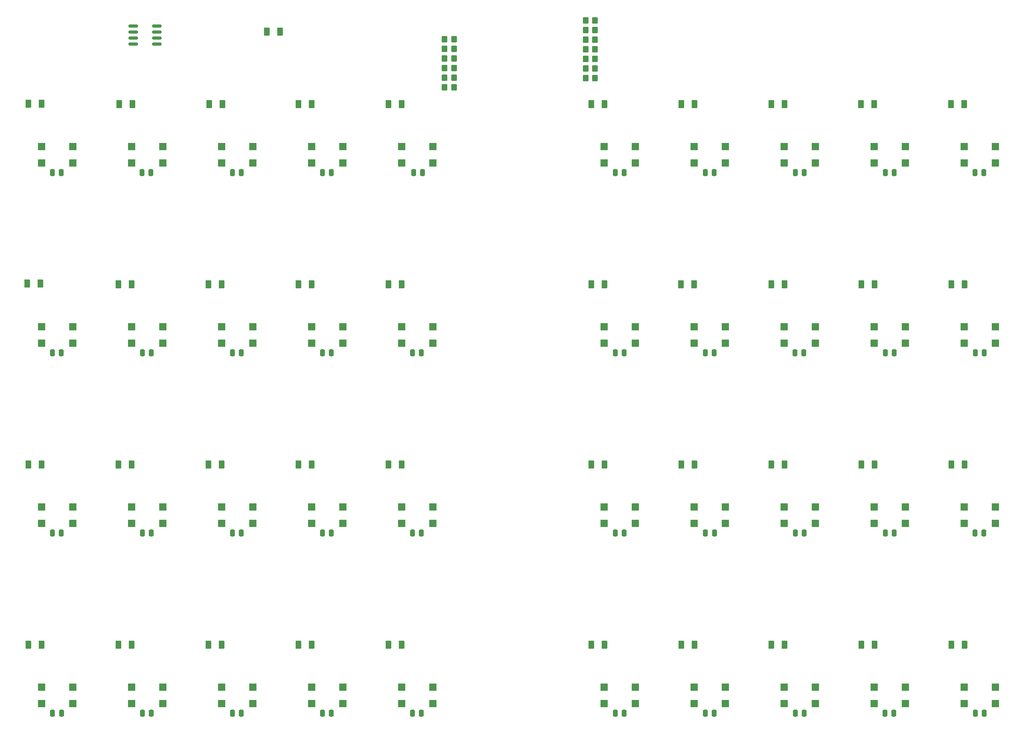
<source format=gbp>
G04 #@! TF.GenerationSoftware,KiCad,Pcbnew,8.0.6*
G04 #@! TF.CreationDate,2024-11-09T01:20:35+01:00*
G04 #@! TF.ProjectId,DMX_MIDI_FIGHTER,444d585f-4d49-4444-995f-464947485445,rev?*
G04 #@! TF.SameCoordinates,Original*
G04 #@! TF.FileFunction,Paste,Bot*
G04 #@! TF.FilePolarity,Positive*
%FSLAX46Y46*%
G04 Gerber Fmt 4.6, Leading zero omitted, Abs format (unit mm)*
G04 Created by KiCad (PCBNEW 8.0.6) date 2024-11-09 01:20:35*
%MOMM*%
%LPD*%
G01*
G04 APERTURE LIST*
G04 Aperture macros list*
%AMRoundRect*
0 Rectangle with rounded corners*
0 $1 Rounding radius*
0 $2 $3 $4 $5 $6 $7 $8 $9 X,Y pos of 4 corners*
0 Add a 4 corners polygon primitive as box body*
4,1,4,$2,$3,$4,$5,$6,$7,$8,$9,$2,$3,0*
0 Add four circle primitives for the rounded corners*
1,1,$1+$1,$2,$3*
1,1,$1+$1,$4,$5*
1,1,$1+$1,$6,$7*
1,1,$1+$1,$8,$9*
0 Add four rect primitives between the rounded corners*
20,1,$1+$1,$2,$3,$4,$5,0*
20,1,$1+$1,$4,$5,$6,$7,0*
20,1,$1+$1,$6,$7,$8,$9,0*
20,1,$1+$1,$8,$9,$2,$3,0*%
G04 Aperture macros list end*
%ADD10R,1.500000X1.500000*%
%ADD11RoundRect,0.250000X-0.375000X-0.625000X0.375000X-0.625000X0.375000X0.625000X-0.375000X0.625000X0*%
%ADD12RoundRect,0.250000X0.350000X0.450000X-0.350000X0.450000X-0.350000X-0.450000X0.350000X-0.450000X0*%
%ADD13RoundRect,0.250000X-0.250000X-0.475000X0.250000X-0.475000X0.250000X0.475000X-0.250000X0.475000X0*%
%ADD14RoundRect,0.250000X0.375000X0.625000X-0.375000X0.625000X-0.375000X-0.625000X0.375000X-0.625000X0*%
%ADD15RoundRect,0.250000X-0.350000X-0.450000X0.350000X-0.450000X0.350000X0.450000X-0.350000X0.450000X0*%
%ADD16RoundRect,0.150000X0.825000X0.150000X-0.825000X0.150000X-0.825000X-0.150000X0.825000X-0.150000X0*%
G04 APERTURE END LIST*
D10*
X103695500Y-208407000D03*
X103695500Y-211836000D03*
X110299500Y-208407000D03*
X110299500Y-211836000D03*
X260858000Y-132207000D03*
X260858000Y-135636000D03*
X267462000Y-132207000D03*
X267462000Y-135636000D03*
X103695500Y-170307000D03*
X103695500Y-173736000D03*
X110299500Y-170307000D03*
X110299500Y-173736000D03*
X222758000Y-132207000D03*
X222758000Y-135636000D03*
X229362000Y-132207000D03*
X229362000Y-135636000D03*
X141795500Y-94107000D03*
X141795500Y-97536000D03*
X148399500Y-94107000D03*
X148399500Y-97536000D03*
X84645500Y-94107000D03*
X84645500Y-97536000D03*
X91249500Y-94107000D03*
X91249500Y-97536000D03*
X184658000Y-208407000D03*
X184658000Y-211836000D03*
X191262000Y-208407000D03*
X191262000Y-211836000D03*
X141795500Y-132207000D03*
X141795500Y-135636000D03*
X148399500Y-132207000D03*
X148399500Y-135636000D03*
X260858000Y-94107000D03*
X260858000Y-97536000D03*
X267462000Y-94107000D03*
X267462000Y-97536000D03*
X203708000Y-208407000D03*
X203708000Y-211836000D03*
X210312000Y-208407000D03*
X210312000Y-211836000D03*
X222758000Y-94107000D03*
X222758000Y-97536000D03*
X229362000Y-94107000D03*
X229362000Y-97536000D03*
X84645500Y-170307000D03*
X84645500Y-173736000D03*
X91249500Y-170307000D03*
X91249500Y-173736000D03*
X184658000Y-94107000D03*
X184658000Y-97536000D03*
X191262000Y-94107000D03*
X191262000Y-97536000D03*
X260858000Y-170307000D03*
X260858000Y-173736000D03*
X267462000Y-170307000D03*
X267462000Y-173736000D03*
X241808000Y-132207000D03*
X241808000Y-135636000D03*
X248412000Y-132207000D03*
X248412000Y-135636000D03*
X103695500Y-132207000D03*
X103695500Y-135636000D03*
X110299500Y-132207000D03*
X110299500Y-135636000D03*
X122745500Y-170307000D03*
X122745500Y-173736000D03*
X129349500Y-170307000D03*
X129349500Y-173736000D03*
X65595500Y-132207000D03*
X65595500Y-135636000D03*
X72199500Y-132207000D03*
X72199500Y-135636000D03*
X122745500Y-208407000D03*
X122745500Y-211836000D03*
X129349500Y-208407000D03*
X129349500Y-211836000D03*
X241808000Y-170307000D03*
X241808000Y-173736000D03*
X248412000Y-170307000D03*
X248412000Y-173736000D03*
X84645500Y-208407000D03*
X84645500Y-211836000D03*
X91249500Y-208407000D03*
X91249500Y-211836000D03*
X122745500Y-94107000D03*
X122745500Y-97536000D03*
X129349500Y-94107000D03*
X129349500Y-97536000D03*
X260858000Y-208407000D03*
X260858000Y-211836000D03*
X267462000Y-208407000D03*
X267462000Y-211836000D03*
X122745500Y-132207000D03*
X122745500Y-135636000D03*
X129349500Y-132207000D03*
X129349500Y-135636000D03*
X241808000Y-94107000D03*
X241808000Y-97536000D03*
X248412000Y-94107000D03*
X248412000Y-97536000D03*
X203708000Y-94107000D03*
X203708000Y-97536000D03*
X210312000Y-94107000D03*
X210312000Y-97536000D03*
X84645500Y-132207000D03*
X84645500Y-135636000D03*
X91249500Y-132207000D03*
X91249500Y-135636000D03*
X65595500Y-208407000D03*
X65595500Y-211836000D03*
X72199500Y-208407000D03*
X72199500Y-211836000D03*
X203708000Y-170307000D03*
X203708000Y-173736000D03*
X210312000Y-170307000D03*
X210312000Y-173736000D03*
X65595500Y-94107000D03*
X65595500Y-97536000D03*
X72199500Y-94107000D03*
X72199500Y-97536000D03*
X184658000Y-132207000D03*
X184658000Y-135636000D03*
X191262000Y-132207000D03*
X191262000Y-135636000D03*
X241808000Y-208407000D03*
X241808000Y-211836000D03*
X248412000Y-208407000D03*
X248412000Y-211836000D03*
X141795500Y-170307000D03*
X141795500Y-173736000D03*
X148399500Y-170307000D03*
X148399500Y-173736000D03*
X203708000Y-132207000D03*
X203708000Y-135636000D03*
X210312000Y-132207000D03*
X210312000Y-135636000D03*
X141795500Y-208407000D03*
X141795500Y-211836000D03*
X148399500Y-208407000D03*
X148399500Y-211836000D03*
X103695500Y-94107000D03*
X103695500Y-97536000D03*
X110299500Y-94107000D03*
X110299500Y-97536000D03*
X65595500Y-170307000D03*
X65595500Y-173736000D03*
X72199500Y-170307000D03*
X72199500Y-173736000D03*
X222758000Y-170307000D03*
X222758000Y-173736000D03*
X229362000Y-170307000D03*
X229362000Y-173736000D03*
X222758000Y-208407000D03*
X222758000Y-211836000D03*
X229362000Y-208407000D03*
X229362000Y-211836000D03*
X184658000Y-170307000D03*
X184658000Y-173736000D03*
X191262000Y-170307000D03*
X191262000Y-173736000D03*
D11*
X200908000Y-123190000D03*
X203708000Y-123190000D03*
D12*
X152892000Y-79502000D03*
X150892000Y-79502000D03*
X182753000Y-69469000D03*
X180753000Y-69469000D03*
D11*
X120012000Y-199390000D03*
X122812000Y-199390000D03*
X120012000Y-161290000D03*
X122812000Y-161290000D03*
X220088000Y-199390000D03*
X222888000Y-199390000D03*
D12*
X152892000Y-77470000D03*
X150892000Y-77470000D03*
X182753000Y-71501000D03*
X180753000Y-71501000D03*
D13*
X244160000Y-99568000D03*
X246060000Y-99568000D03*
D11*
X101092000Y-85090000D03*
X103892000Y-85090000D03*
D14*
X116090000Y-69779000D03*
X113290000Y-69779000D03*
D11*
X201038000Y-199390000D03*
X203838000Y-199390000D03*
X82036000Y-85090000D03*
X84836000Y-85090000D03*
D13*
X105984000Y-175768000D03*
X107884000Y-175768000D03*
D12*
X152892000Y-71374000D03*
X150892000Y-71374000D03*
D13*
X206126000Y-175768000D03*
X208026000Y-175768000D03*
D11*
X100962000Y-199390000D03*
X103762000Y-199390000D03*
X258058000Y-85090000D03*
X260858000Y-85090000D03*
D15*
X180737000Y-77597000D03*
X182737000Y-77597000D03*
D11*
X181988000Y-161290000D03*
X184788000Y-161290000D03*
D13*
X225110000Y-99568000D03*
X227010000Y-99568000D03*
D11*
X220088000Y-85090000D03*
X222888000Y-85090000D03*
D13*
X187010000Y-99568000D03*
X188910000Y-99568000D03*
D11*
X120012000Y-123190000D03*
X122812000Y-123190000D03*
D16*
X89975000Y-68595000D03*
X89975000Y-69865000D03*
X89975000Y-71135000D03*
X89975000Y-72405000D03*
X85025000Y-72405000D03*
X85025000Y-71135000D03*
X85025000Y-69865000D03*
X85025000Y-68595000D03*
D13*
X86934000Y-175768000D03*
X88834000Y-175768000D03*
X144084000Y-213868000D03*
X145984000Y-213868000D03*
D11*
X258188000Y-123190000D03*
X260988000Y-123190000D03*
X181988000Y-199390000D03*
X184788000Y-199390000D03*
D13*
X67884000Y-137668000D03*
X69784000Y-137668000D03*
D12*
X152892000Y-73406000D03*
X150892000Y-73406000D03*
D11*
X81912000Y-199390000D03*
X84712000Y-199390000D03*
D13*
X206060000Y-99568000D03*
X207960000Y-99568000D03*
X105984000Y-137668000D03*
X107884000Y-137668000D03*
D11*
X139062000Y-199390000D03*
X141862000Y-199390000D03*
X62862000Y-161290000D03*
X65662000Y-161290000D03*
X239008000Y-85090000D03*
X241808000Y-85090000D03*
X81912000Y-161290000D03*
X84712000Y-161290000D03*
D13*
X67884000Y-175768000D03*
X69784000Y-175768000D03*
X86934000Y-137668000D03*
X88834000Y-137668000D03*
X125034000Y-137668000D03*
X126934000Y-137668000D03*
D11*
X239138000Y-199390000D03*
X241938000Y-199390000D03*
X239138000Y-123190000D03*
X241938000Y-123190000D03*
X220088000Y-123190000D03*
X222888000Y-123190000D03*
X258188000Y-161290000D03*
X260988000Y-161290000D03*
D13*
X263144000Y-175768000D03*
X265044000Y-175768000D03*
X86868000Y-99568000D03*
X88768000Y-99568000D03*
D12*
X152892000Y-81534000D03*
X150892000Y-81534000D03*
D11*
X220088000Y-161290000D03*
X222888000Y-161290000D03*
X181988000Y-85090000D03*
X184788000Y-85090000D03*
X100962000Y-161290000D03*
X103762000Y-161290000D03*
D13*
X263210000Y-137668000D03*
X265110000Y-137668000D03*
D12*
X182753000Y-73533000D03*
X180753000Y-73533000D03*
D11*
X62862000Y-85000000D03*
X65662000Y-85000000D03*
D13*
X225044000Y-137668000D03*
X226944000Y-137668000D03*
D11*
X81912000Y-123190000D03*
X84712000Y-123190000D03*
D12*
X152892000Y-75438000D03*
X150892000Y-75438000D03*
D13*
X263210000Y-213868000D03*
X265110000Y-213868000D03*
X225110000Y-213868000D03*
X227010000Y-213868000D03*
X244094000Y-213868000D03*
X245994000Y-213868000D03*
X86934000Y-213868000D03*
X88834000Y-213868000D03*
X144084000Y-137668000D03*
X145984000Y-137668000D03*
D12*
X182737000Y-75565000D03*
X180737000Y-75565000D03*
D11*
X62600000Y-123000000D03*
X65400000Y-123000000D03*
D13*
X105984000Y-213868000D03*
X107884000Y-213868000D03*
D11*
X239138000Y-161290000D03*
X241938000Y-161290000D03*
D13*
X125034000Y-99568000D03*
X126934000Y-99568000D03*
D11*
X120012000Y-85090000D03*
X122812000Y-85090000D03*
D13*
X125034000Y-213868000D03*
X126934000Y-213868000D03*
D11*
X139062000Y-85090000D03*
X141862000Y-85090000D03*
D13*
X225110000Y-175768000D03*
X227010000Y-175768000D03*
X187010000Y-175768000D03*
X188910000Y-175768000D03*
X105984000Y-99568000D03*
X107884000Y-99568000D03*
D11*
X139062000Y-161290000D03*
X141862000Y-161290000D03*
D13*
X263144000Y-99568000D03*
X265044000Y-99568000D03*
X125034000Y-175768000D03*
X126934000Y-175768000D03*
D11*
X100962000Y-123190000D03*
X103762000Y-123190000D03*
D15*
X180737000Y-79629000D03*
X182737000Y-79629000D03*
D13*
X144338000Y-99568000D03*
X146238000Y-99568000D03*
X187010000Y-213868000D03*
X188910000Y-213868000D03*
X206060000Y-137668000D03*
X207960000Y-137668000D03*
X144084000Y-175768000D03*
X145984000Y-175768000D03*
X206060000Y-213868000D03*
X207960000Y-213868000D03*
X244160000Y-137668000D03*
X246060000Y-137668000D03*
D12*
X182753000Y-67437000D03*
X180753000Y-67437000D03*
D13*
X244160000Y-175768000D03*
X246060000Y-175768000D03*
D11*
X181988000Y-123190000D03*
X184788000Y-123190000D03*
X139062000Y-123190000D03*
X141862000Y-123190000D03*
D13*
X67884000Y-99568000D03*
X69784000Y-99568000D03*
D11*
X258188000Y-199390000D03*
X260988000Y-199390000D03*
X62862000Y-199390000D03*
X65662000Y-199390000D03*
X201038000Y-85090000D03*
X203838000Y-85090000D03*
D13*
X187010000Y-137668000D03*
X188910000Y-137668000D03*
X67950000Y-213868000D03*
X69850000Y-213868000D03*
D11*
X201038000Y-161290000D03*
X203838000Y-161290000D03*
M02*

</source>
